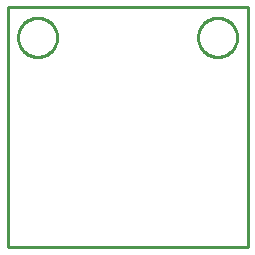
<source format=gbr>
G04 EAGLE Gerber RS-274X export*
G75*
%MOMM*%
%FSLAX34Y34*%
%LPD*%
%IN*%
%IPPOS*%
%AMOC8*
5,1,8,0,0,1.08239X$1,22.5*%
G01*
%ADD10C,0.254000*%


D10*
X0Y0D02*
X203200Y0D01*
X203200Y203200D01*
X0Y203200D01*
X0Y0D01*
X41910Y177260D02*
X41839Y176181D01*
X41698Y175109D01*
X41487Y174049D01*
X41208Y173005D01*
X40860Y171981D01*
X40446Y170983D01*
X39968Y170013D01*
X39428Y169077D01*
X38827Y168178D01*
X38169Y167321D01*
X37457Y166508D01*
X36692Y165744D01*
X35879Y165031D01*
X35022Y164373D01*
X34123Y163772D01*
X33187Y163232D01*
X32217Y162754D01*
X31219Y162340D01*
X30195Y161992D01*
X29151Y161713D01*
X28091Y161502D01*
X27019Y161361D01*
X25940Y161290D01*
X24860Y161290D01*
X23781Y161361D01*
X22709Y161502D01*
X21649Y161713D01*
X20605Y161992D01*
X19581Y162340D01*
X18583Y162754D01*
X17613Y163232D01*
X16677Y163772D01*
X15778Y164373D01*
X14921Y165031D01*
X14108Y165744D01*
X13344Y166508D01*
X12631Y167321D01*
X11973Y168178D01*
X11372Y169077D01*
X10832Y170013D01*
X10354Y170983D01*
X9940Y171981D01*
X9592Y173005D01*
X9313Y174049D01*
X9102Y175109D01*
X8961Y176181D01*
X8890Y177260D01*
X8890Y178340D01*
X8961Y179419D01*
X9102Y180491D01*
X9313Y181551D01*
X9592Y182595D01*
X9940Y183619D01*
X10354Y184617D01*
X10832Y185587D01*
X11372Y186523D01*
X11973Y187422D01*
X12631Y188279D01*
X13344Y189092D01*
X14108Y189857D01*
X14921Y190569D01*
X15778Y191227D01*
X16677Y191828D01*
X17613Y192368D01*
X18583Y192846D01*
X19581Y193260D01*
X20605Y193608D01*
X21649Y193887D01*
X22709Y194098D01*
X23781Y194239D01*
X24860Y194310D01*
X25940Y194310D01*
X27019Y194239D01*
X28091Y194098D01*
X29151Y193887D01*
X30195Y193608D01*
X31219Y193260D01*
X32217Y192846D01*
X33187Y192368D01*
X34123Y191828D01*
X35022Y191227D01*
X35879Y190569D01*
X36692Y189857D01*
X37457Y189092D01*
X38169Y188279D01*
X38827Y187422D01*
X39428Y186523D01*
X39968Y185587D01*
X40446Y184617D01*
X40860Y183619D01*
X41208Y182595D01*
X41487Y181551D01*
X41698Y180491D01*
X41839Y179419D01*
X41910Y178340D01*
X41910Y177260D01*
X194310Y177260D02*
X194239Y176181D01*
X194098Y175109D01*
X193887Y174049D01*
X193608Y173005D01*
X193260Y171981D01*
X192846Y170983D01*
X192368Y170013D01*
X191828Y169077D01*
X191227Y168178D01*
X190569Y167321D01*
X189857Y166508D01*
X189092Y165744D01*
X188279Y165031D01*
X187422Y164373D01*
X186523Y163772D01*
X185587Y163232D01*
X184617Y162754D01*
X183619Y162340D01*
X182595Y161992D01*
X181551Y161713D01*
X180491Y161502D01*
X179419Y161361D01*
X178340Y161290D01*
X177260Y161290D01*
X176181Y161361D01*
X175109Y161502D01*
X174049Y161713D01*
X173005Y161992D01*
X171981Y162340D01*
X170983Y162754D01*
X170013Y163232D01*
X169077Y163772D01*
X168178Y164373D01*
X167321Y165031D01*
X166508Y165744D01*
X165744Y166508D01*
X165031Y167321D01*
X164373Y168178D01*
X163772Y169077D01*
X163232Y170013D01*
X162754Y170983D01*
X162340Y171981D01*
X161992Y173005D01*
X161713Y174049D01*
X161502Y175109D01*
X161361Y176181D01*
X161290Y177260D01*
X161290Y178340D01*
X161361Y179419D01*
X161502Y180491D01*
X161713Y181551D01*
X161992Y182595D01*
X162340Y183619D01*
X162754Y184617D01*
X163232Y185587D01*
X163772Y186523D01*
X164373Y187422D01*
X165031Y188279D01*
X165744Y189092D01*
X166508Y189857D01*
X167321Y190569D01*
X168178Y191227D01*
X169077Y191828D01*
X170013Y192368D01*
X170983Y192846D01*
X171981Y193260D01*
X173005Y193608D01*
X174049Y193887D01*
X175109Y194098D01*
X176181Y194239D01*
X177260Y194310D01*
X178340Y194310D01*
X179419Y194239D01*
X180491Y194098D01*
X181551Y193887D01*
X182595Y193608D01*
X183619Y193260D01*
X184617Y192846D01*
X185587Y192368D01*
X186523Y191828D01*
X187422Y191227D01*
X188279Y190569D01*
X189092Y189857D01*
X189857Y189092D01*
X190569Y188279D01*
X191227Y187422D01*
X191828Y186523D01*
X192368Y185587D01*
X192846Y184617D01*
X193260Y183619D01*
X193608Y182595D01*
X193887Y181551D01*
X194098Y180491D01*
X194239Y179419D01*
X194310Y178340D01*
X194310Y177260D01*
M02*

</source>
